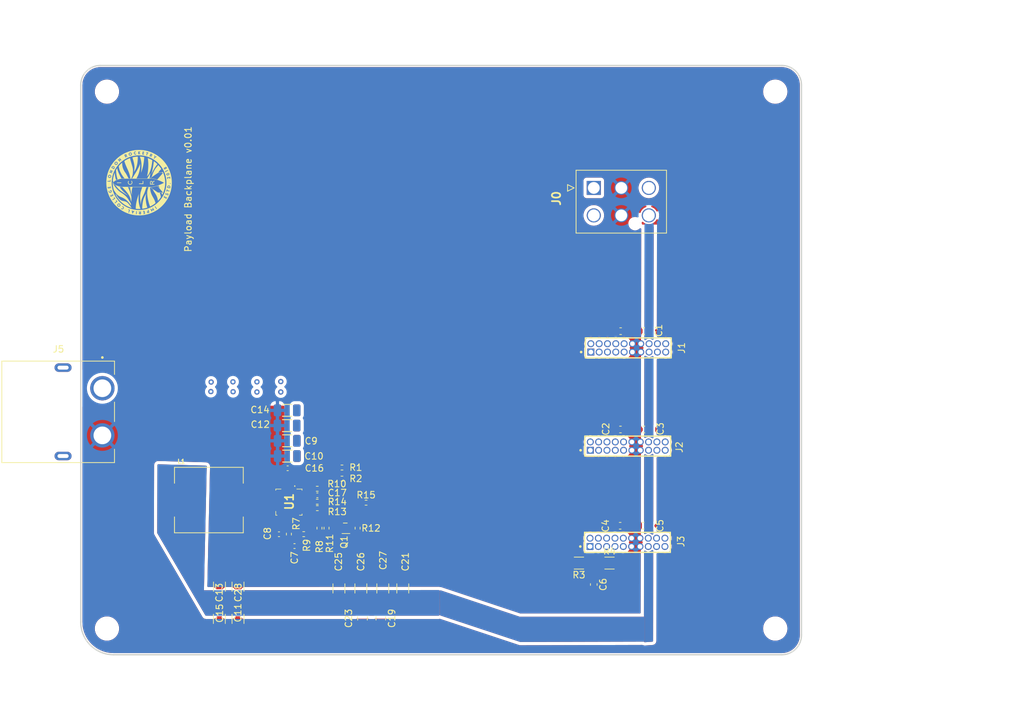
<source format=kicad_pcb>
(kicad_pcb (version 20221018) (generator pcbnew)
  (layers (0 "F.Cu" signal) (1 "In1.Cu" power) (2 "In2.Cu" power) (31 "B.Cu" signal) (34 "B.Paste" user) (35 "F.Paste" user) (36 "B.SilkS" user "B.Silkscreen") (37 "F.SilkS" user "F.Silkscreen") (38 "B.Mask" user) (39 "F.Mask" user) (44 "Edge.Cuts" user))
  (net 0 "")
  (net 1 "12V")
  (net 2 "GND")
  (net 3 "CAN_H")
  (net 4 "CAN_L")
  (net 5 "SD")
  (net 6 "SPARE56")
  (net 7 "SPARE0910")
  (net 8 "SPARE1718")
  (net 9 "/buckC/VDD")
  (net 10 "Net-(U1-V_DRV)")
  (net 11 "+12V")
  (net 12 "+3.3V")
  (net 13 "/buckC/BOOT")
  (net 14 "Net-(C17-Pad2)")
  (net 15 "/buckC/SW")
  (net 16 "/BUCK_EN")
  (net 17 "/buckC/EN")
  (net 18 "/BuckPGOOD")
  (net 19 "/buckC/PGOOD")
  (net 20 "/buckC/FB")
  (net 21 "/buckC/PHASE")
  (net 22 "Net-(U1-MODE_2)")
  (net 23 "Net-(U1-_MODE_1)")
  (net 27 "3.3VBUS")
  (net 28 "12VBUS")
  (net 29 "Net-(C6-Pad1)")
  (footprint "Capacitor_SMD:C_1206_3216Metric" (layer "F.Cu") (at 133.1 137.875 90)
    (fp_text reference "C27" (at 4.275 0.05 90) (layer "F.SilkS"))
    (fp_text value "DNP" hide)
    (pad "1" smd roundrect (at -1.475 0 90) (size 1.15 1.8) (layers "F.Cu" "F.Paste" "F.Mask") (roundrect_rratio 0.217391) (net 12 "+3.3V"))
    (pad "2" smd roundrect (at 1.475 0 90) (size 1.15 1.8) (layers "F.Cu" "F.Paste" "F.Mask") (roundrect_rratio 0.217391) (net 2 "GND"))
  )
  (footprint "Molex 212520-1006:212520-1006" (layer "F.Cu") (at 165.3 76.7 180)
    (fp_text reference "J0" (at 5.7 -1.6 90) (layer "F.SilkS") (effects (font (size 1.27 1.27) (thickness 0.254))))
    (fp_text value "212520-1006" hide)
    (pad "" np_thru_hole circle (at -6.3 -5.46 180) (size 1.54 1.54) (drill 1.54) (layers "*.Cu" "*.Mask"))
    (pad "1" thru_hole rect (at 0 0 180) (size 2.15 2.15) (drill 1.8) (layers "*.Cu" "*.Mask") (net 3 "CAN_H"))
    (pad "2" thru_hole circle (at -4.2 0 180) (size 2.15 2.15) (drill 1.8) (layers "*.Cu" "*.Mask") (net 2 "GND"))
    (pad "3" thru_hole circle (at -8.4 0 180) (size 2.15 2.15) (drill 1.8) (layers "*.Cu" "*.Mask") (net 28 "12VBUS"))
    (pad "4" thru_hole circle (at 0 -4.2 180) (size 2.15 2.15) (drill 1.8) (layers "*.Cu" "*.Mask") (net 4 "CAN_L"))
    (pad "5" thru_hole circle (at -4.2 -4.2 180) (size 2.15 2.15) (drill 1.8) (layers "*.Cu" "*.Mask") (net 2 "GND"))
    (pad "6" thru_hole circle (at -8.4 -4.2 180) (size 2.15 2.15) (drill 1.8) (layers "*.Cu" "*.Mask") (net 27 "3.3VBUS"))
  )
  (footprint "Capacitor_SMD:C_0402_1005Metric" (layer "F.Cu") (at 117.253 129.595 180)
    (fp_text reference "C8" (at 1.753 0.095 90) (layer "F.SilkS"))
    (fp_text value "4.7uF" hide)
    (pad "1" smd roundrect (at -0.48 0 180) (size 0.56 0.62) (layers "F.Cu" "F.Paste" "F.Mask") (net 2 "GND"))
    (pad "2" smd roundrect (at 0.48 0 180) (size 0.56 0.62) (layers "F.Cu" "F.Paste" "F.Mask") (net 10 "Net-(U1-V_DRV)"))
  )
  (footprint "iclr:AMASS_XT60PW-F" (layer "F.Cu") (at 90.3 110.9 -90)
    (fp_text reference "J5" (at -9.5675 6.7) (layer "F.SilkS"))
    (fp_text value "XT60PW-F" hide)
    (pad "1" thru_hole circle (at -3.6 0 270) (size 3.716 3.716) (drill 2.7) (layers "*.Cu" "*.Mask") (net 11 "+12V"))
    (pad "2" thru_hole circle (at 3.6 0 270) (size 3.716 3.716) (drill 2.7) (layers "*.Cu" "*.Mask") (net 2 "GND"))
    (pad "S1" thru_hole oval (at -6.75 6 270) (size 1.3 2.6) (drill oval 0.6 1.7) (layers "*.Cu" "*.Mask") (net 2 "GND"))
    (pad "S2" thru_hole oval (at 6.75 6 270) (size 1.3 2.6) (drill oval 0.6 1.7) (layers "*.Cu" "*.Mask") (net 2 "GND"))
  )
  (footprint "SFMC-110-01-L-D:SAMTEC_SFMC-110-01-L-D" (layer "F.Cu") (at 164.85 101.77)
    (fp_text reference "J1" (at 13.85 -0.62 90) (layer "F.SilkS"))
    (fp_text value "SFMC-110-01-L-D" hide)
    (pad "01" thru_hole rect (at 0 0) (size 1.06 1.06) (drill 0.71) (layers "*.Cu" "*.Mask") (net 3 "CAN_H"))
    (pad "02" thru_hole circle (at 0 -1.27) (size 1.06 1.06) (drill 0.71) (layers "*.Cu" "*.Mask") (net 3 "CAN_H"))
    (pad "03" thru_hole circle (at 1.27 0) (size 1.06 1.06) (drill 0.71) (layers "*.Cu" "*.Mask") (net 4 "CAN_L"))
    (pad "04" thru_hole circle (at 1.27 -1.27) (size 1.06 1.06) (drill 0.71) (layers "*.Cu" "*.Mask") (net 4 "CAN_L"))
    (pad "05" thru_hole circle (at 2.54 0) (size 1.06 1.06) (drill 0.71) (layers "*.Cu" "*.Mask") (net 6 "SPARE56"))
    (pad "06" thru_hole circle (at 2.54 -1.27) (size 1.06 1.06) (drill 0.71) (layers "*.Cu" "*.Mask") (net 6 "SPARE56"))
    (pad "07" thru_hole circle (at 3.81 0) (size 1.06 1.06) (drill 0.71) (layers "*.Cu" "*.Mask") (net 1 "12V"))
    (pad "08" thru_hole circle (at 3.81 -1.27) (size 1.06 1.06) (drill 0.71) (layers "*.Cu" "*.Mask") (net 1 "12V"))
    (pad "09" thru_hole circle (at 5.08 0) (size 1.06 1.06) (drill 0.71) (layers "*.Cu" "*.Mask") (net 7 "SPARE0910"))
    (pad "10" thru_hole circle (at 5.08 -1.27) (size 1.06 1.06) (drill 0.71) (layers "*.Cu" "*.Mask") (net 7 "SPARE0910"))
    (pad "11" thru_hole circle (at 6.35 0) (size 1.06 1.06) (drill 0.71) (layers "*.Cu" "*.Mask") (net 2 "GND"))
    (pad "12" thru_hole circle (at 6.35 -1.27) (size 1.06 1.06) (drill 0.71) (layers "*.Cu" "*.Mask") (net 2 "GND"))
    (pad "13" thru_hole circle (at 7.62 0) (size 1.06 1.06) (drill 0.71) (layers "*.Cu" "*.Mask") (net 2 "GND"))
    (pad "14" thru_hole circle (at 7.62 -1.27) (size 1.06 1.06) (drill 0.71) (layers "*.Cu" "*.Mask") (net 2 "GND"))
    (pad "15" thru_hole circle (at 8.89 0) (size 1.06 1.06) (drill 0.71) (layers "*.Cu" "*.Mask") (net 27 "3.3VBUS"))
    (pad "16" thru_hole circle (at 8.89 -1.27) (size 1.06 1.06) (drill 0.71) (layers "*.Cu" "*.Mask") (net 27 "3.3VBUS"))
    (pad "17" thru_hole circle (at 10.16 0) (size 1.06 1.06) (drill 0.71) (layers "*.Cu" "*.Mask") (net 8 "SPARE1718"))
    (pad "18" thru_hole circle (at 10.16 -1.27) (size 1.06 1.06) (drill 0.71) (layers "*.Cu" "*.Mask") (net 8 "SPARE1718"))
    (pad "19" thru_hole circle (at 11.43 0) (size 1.06 1.06) (drill 0.71) (layers "*.Cu" "*.Mask") (net 5 "SD"))
    (pad "20" thru_hole circle (at 11.43 -1.27) (size 1.06 1.06) (drill 0.71) (layers "*.Cu" "*.Mask") (net 5 "SD"))
  )
  (footprint "Capacitor_SMD:C_0603_1608Metric" (layer "F.Cu") (at 165.3 137.275 -90)
    (fp_text reference "C6" (at 0 -1.43 90) (layer "F.SilkS"))
    (fp_text value "1n" hide)
    (pad "1" smd roundrect (at -0.775 0 270) (size 0.9 0.95) (layers "F.Cu" "F.Paste" "F.Mask") (net 29 "Net-(C6-Pad1)"))
    (pad "2" smd roundrect (at 0.775 0 270) (size 0.9 0.95) (layers "F.Cu" "F.Paste" "F.Mask") (net 2 "GND"))
  )
  (footprint "Resistor_SMD:R_0402_1005Metric" (layer "F.Cu") (at 126.868 121.105)
    (fp_text reference "R2" (at 2.12 0) (layer "F.SilkS"))
    (fp_text value "2.2k" hide)
    (pad "1" smd roundrect (at -0.51 0) (size 0.54 0.64) (layers "F.Cu" "F.Paste" "F.Mask") (net 2 "GND"))
    (pad "2" smd roundrect (at 0.51 0) (size 0.54 0.64) (layers "F.Cu" "F.Paste" "F.Mask") (net 18 "/BuckPGOOD"))
  )
  (footprint "Capacitor_SMD:C_0603_1608Metric" (layer "F.Cu") (at 172.825 128.3)
    (fp_text reference "C5" (at 2.575 0 90) (layer "F.SilkS"))
    (fp_text value "C" hide)
    (pad "1" smd roundrect (at -0.775 0) (size 0.9 0.95) (layers "F.Cu" "F.Paste" "F.Mask") (net 2 "GND"))
    (pad "2" smd roundrect (at 0.775 0) (size 0.9 0.95) (layers "F.Cu" "F.Paste" "F.Mask") (net 27 "3.3VBUS"))
  )
  (footprint "Resistor_SMD:R_0402_1005Metric" (layer "F.Cu") (at 123.103 125.615)
    (fp_text reference "R13" (at 3.04 0.55) (layer "F.SilkS"))
    (fp_text value "200k" hide)
    (pad "1" smd roundrect (at -0.51 0) (size 0.54 0.64) (layers "F.Cu" "F.Paste" "F.Mask") (net 22 "Net-(U1-MODE_2)"))
    (pad "2" smd roundrect (at 0.51 0) (size 0.54 0.64) (layers "F.Cu" "F.Paste" "F.Mask") (net 9 "/buckC/VDD"))
  )
  (footprint "Capacitor_SMD:C_0805_2012Metric" (layer "F.Cu") (at 132.8 142.445 -90)
    (fp_text reference "C19" (at 0 -1.68 90) (layer "F.SilkS"))
    (fp_text value "DNP" hide)
    (pad "1" smd roundrect (at -0.95 0 270) (size 1 1.45) (layers "F.Cu" "F.Paste" "F.Mask") (net 12 "+3.3V"))
    (pad "2" smd roundrect (at 0.95 0 270) (size 1 1.45) (layers "F.Cu" "F.Paste" "F.Mask") (net 2 "GND"))
  )
  (footprint "Capacitor_SMD:C_1206_3216Metric" (layer "F.Cu") (at 126.4 137.875 90)
    (fp_text reference "C25" (at 4.075 -0.05 90) (layer "F.SilkS"))
    (fp_text value "DNP" hide)
    (pad "1" smd roundrect (at -1.475 0 90) (size 1.15 1.8) (layers "F.Cu" "F.Paste" "F.Mask") (roundrect_rratio 0.217391) (net 12 "+3.3V"))
    (pad "2" smd roundrect (at 1.475 0 90) (size 1.15 1.8) (layers "F.Cu" "F.Paste" "F.Mask") (roundrect_rratio 0.217391) (net 2 "GND"))
  )
  (footprint "Resistor_SMD:R_0402_1005Metric" (layer "F.Cu") (at 124.513 128.665 90)
    (fp_text reference "R11" (at -2.335 0.487 90) (layer "F.SilkS"))
    (fp_text value "90k" hide)
    (pad "1" smd roundrect (at -0.51 0 90) (size 0.54 0.64) (layers "F.Cu" "F.Paste" "F.Mask") (net 20 "/buckC/FB"))
    (pad "2" smd roundrect (at 0.51 0 90) (size 0.54 0.64) (layers "F.Cu" "F.Paste" "F.Mask") (net 12 "+3.3V"))
  )
  (footprint "Capacitor_SMD:C_0805_2012Metric" (layer "F.Cu") (at 130 142.45 -90)
    (fp_text reference "C23" (at 0 2.11 90) (layer "F.SilkS"))
    (fp_text value "DNP" hide)
    (pad "1" smd roundrect (at -0.95 0 270) (size 1 1.45) (layers "F.Cu" "F.Paste" "F.Mask") (net 12 "+3.3V"))
    (pad "2" smd roundrect (at 0.95 0 270) (size 1 1.45) (layers "F.Cu" "F.Paste" "F.Mask") (net 2 "GND"))
  )
  (footprint "Capacitor_SMD:C_1206_3216Metric" (layer "F.Cu") (at 136.15 137.875 90)
    (fp_text reference "C21" (at 4.075 0.4 90) (layer "F.SilkS"))
    (fp_text value "DNP" hide)
    (pad "1" smd roundrect (at -1.475 0 90) (size 1.15 1.8) (layers "F.Cu" "F.Paste" "F.Mask") (roundrect_rratio 0.217391) (net 12 "+3.3V"))
    (pad "2" smd roundrect (at 1.475 0 90) (size 1.15 1.8) (layers "F.Cu" "F.Paste" "F.Mask") (roundrect_rratio 0.217391) (net 2 "GND"))
  )
  (footprint "Capacitor_SMD:C_1206_3216Metric" (layer "F.Cu") (at 111 142.525 -90)
    (fp_text reference "C28" (at -4.025 -0.025 90) (layer "F.SilkS"))
    (fp_text value "47uF" hide)
    (pad "1" smd roundrect (at -1.475 0 270) (size 1.15 1.8) (layers "F.Cu" "F.Paste" "F.Mask") (roundrect_rratio 0.217391) (net 12 "+3.3V"))
    (pad "2" smd roundrect (at 1.475 0 270) (size 1.15 1.8) (layers "F.Cu" "F.Paste" "F.Mask") (roundrect_rratio 0.217391) (net 2 "GND"))
  )
  (footprint "Capacitor_SMD:C_1206_3216Metric" (layer "F.Cu") (at 111 137.605 90)
    (fp_text reference "C11" (at -3.995 -0.01 90) (layer "F.SilkS"))
    (fp_text value "47uF" hide)
    (pad "1" smd roundrect (at -1.475 0 90) (size 1.15 1.8) (layers "F.Cu" "F.Paste" "F.Mask") (roundrect_rratio 0.217391) (net 12 "+3.3V"))
    (pad "2" smd roundrect (at 1.475 0 90) (size 1.15 1.8) (layers "F.Cu" "F.Paste" "F.Mask") (roundrect_rratio 0.217391) (net 2 "GND"))
  )
  (footprint "Capacitor_SMD:C_1206_3216Metric" (layer "F.Cu") (at 108.15 142.525 -90)
    (fp_text reference "C13" (at -4.015 0.01 90) (layer "F.SilkS"))
    (fp_text value "47uF" hide)
    (pad "1" smd roundrect (at -1.475 0 270) (size 1.15 1.8) (layers "F.Cu" "F.Paste" "F.Mask") (roundrect_rratio 0.217391) (net 12 "+3.3V"))
    (pad "2" smd roundrect (at 1.475 0 270) (size 1.15 1.8) (layers "F.Cu" "F.Paste" "F.Mask") (roundrect_rratio 0.217391) (net 2 "GND"))
  )
  (footprint "Capacitor_SMD:C_1206_3216Metric" (layer "F.Cu") (at 118.51 115.33 180)
    (fp_text reference "C18" hide)
    (fp_text value "DNP" hide)
    (pad "1" smd roundrect (at -1.475 0 180) (size 1.15 1.8) (layers "B.Cu" "F.Paste" "F.Mask") (roundrect_rratio 0.217391) (net 11 "+12V"))
    (pad "2" smd roundrect (at 1.475 0 180) (size 1.15 1.8) (layers "B.Cu" "F.Paste" "F.Mask") (roundrect_rratio 0.217391) (net 2 "GND"))
  )
  (footprint "MountingHole:MountingHole_3.2mm_M3" (layer "F.Cu") (at 193 144)
    (fp_text reference "H3" hide)
    (fp_text value "MountingHole" hide)
    (pad "" np_thru_hole circle (at 0 0) (size 3.2 3.2) (drill 3.2) (layers "*.Cu" "*.Mask"))
  )
  (footprint "Resistor_SMD:R_0402_1005Metric" (layer "F.Cu") (at 126.868 119.405)
    (fp_text reference "R1" (at 2.11 0) (layer "F.SilkS"))
    (fp_text value "1.5k" hide)
    (pad "1" smd roundrect (at -0.51 0) (size 0.54 0.64) (layers "F.Cu" "F.Paste" "F.Mask") (net 18 "/BuckPGOOD"))
    (pad "2" smd roundrect (at 0.51 0) (size 0.54 0.64) (layers "F.Cu" "F.Paste" "F.Mask") (net 19 "/buckC/PGOOD"))
  )
  (footprint "Resistor_SMD:R_0402_1005Metric" (layer "F.Cu") (at 121.033 129.585)
    (fp_text reference "R9" (at 0.467 1.715 90) (layer "F.SilkS"))
    (fp_text value "10k" hide)
    (pad "1" smd roundrect (at -0.51 0) (size 0.54 0.64) (layers "F.Cu" "F.Paste" "F.Mask") (net 2 "GND"))
    (pad "2" smd roundrect (at 0.51 0) (size 0.54 0.64) (layers "F.Cu" "F.Paste" "F.Mask") (net 20 "/buckC/FB"))
  )
  (footprint "Capacitor_SMD:C_1206_3216Metric" (layer "F.Cu") (at 118.523 117.655 180)
    (fp_text reference "C10" (at -4.08 -0.02) (layer "F.SilkS"))
    (fp_text value "47uF" hide)
    (pad "1" smd roundrect (at -1.475 0 180) (size 1.15 1.8) (layers "F.Cu" "F.Paste" "F.Mask") (roundrect_rratio 0.217391) (net 11 "+12V"))
    (pad "2" smd roundrect (at 1.475 0 180) (size 1.15 1.8) (layers "F.Cu" "F.Paste" "F.Mask") (roundrect_rratio 0.217391) (net 2 "GND"))
  )
  (footprint "Capacitor_SMD:C_0402_1005Metric" (layer "F.Cu") (at 118.58 119.52 180)
    (fp_text reference "C16" (at -4.08 0.01) (layer "F.SilkS"))
    (fp_text value "100nF" hide)
    (pad "1" smd roundrect (at -0.48 0 180) (size 0.56 0.62) (layers "F.Cu" "F.Paste" "F.Mask") (net 11 "+12V"))
    (pad "2" smd roundrect (at 0.48 0 180) (size 0.56 0.62) (layers "F.Cu" "F.Paste" "F.Mask") (net 2 "GND"))
  )
  (footprint "Capacitor_SMD:C_1206_3216Metric" (layer "F.Cu") (at 108.17 137.6 90)
    (fp_text reference "C15" (at -4.07 0.03 90) (layer "F.SilkS"))
    (fp_text value "47uF" hide)
    (pad "1" smd roundrect (at -1.475 0 90) (size 1.15 1.8) (layers "F.Cu" "F.Paste" "F.Mask") (roundrect_rratio 0.217391) (net 12 "+3.3V"))
    (pad "2" smd roundrect (at 1.475 0 90) (size 1.15 1.8) (layers "F.Cu" "F.Paste" "F.Mask") (roundrect_rratio 0.217391) (net 2 "GND"))
  )
  (footprint "Resistor_SMD:R_0402_1005Metric" (layer "F.Cu") (at 118.763 129.575 90)
    (fp_text reference "R7" (at 1.575 1.137 90) (layer "F.SilkS"))
    (fp_text value "10k" hide)
    (pad "1" smd roundrect (at -0.51 0 90) (size 0.54 0.64) (layers "F.Cu" "F.Paste" "F.Mask") (net 9 "/buckC/VDD"))
    (pad "2" smd roundrect (at 0.51 0 90) (size 0.54 0.64) (layers "F.Cu" "F.Paste" "F.Mask") (net 19 "/buckC/PGOOD"))
  )
  (footprint "Capacitor_SMD:C_1206_3216Metric" (layer "F.Cu") (at 129.75 137.875 90)
    (fp_text reference "C26" (at 4.075 0 90) (layer "F.SilkS"))
    (fp_text value "DNP" hide)
    (pad "1" smd roundrect (at -1.475 0 90) (size 1.15 1.8) (layers "F.Cu" "F.Paste" "F.Mask") (roundrect_rratio 0.217391) (net 12 "+3.3V"))
    (pad "2" smd roundrect (at 1.475 0 90) (size 1.15 1.8) (layers "F.Cu" "F.Paste" "F.Mask") (roundrect_rratio 0.217391) (net 2 "GND"))
  )
  (footprint "Capacitor_SMD:C_1206_3216Metric" (layer "F.Cu") (at 118.49 113 180)
    (fp_text reference "C12" (at 4.09 0.17) (layer "F.SilkS"))
    (fp_text value "DNP" hide)
    (pad "1" smd roundrect (at -1.475 0 180) (size 1.15 1.8) (layers "F.Cu" "F.Paste" "F.Mask") (roundrect_rratio 0.217391) (net 11 "+12V"))
    (pad "2" smd roundrect (at 1.475 0 180) (size 1.15 1.8) (layers "F.Cu" "F.Paste" "F.Mask") (roundrect_rratio 0.217391) (net 2 "GND"))
  )
  (footprint "Capacitor_SMD:C_1206_3216Metric" (layer "F.Cu") (at 118.495 110.68 180)
    (fp_text reference "C24" hide)
    (fp_text value "DNP" hide)
    (pad "1" smd roundrect (at -1.475 0 180) (size 1.15 1.8) (layers "B.Cu" "F.Paste" "F.Mask") (roundrect_rratio 0.217391) (net 11 "+12V"))
    (pad "2" smd roundrect (at 1.475 0 180) (size 1.15 1.8) (layers "B.Cu" "F.Paste" "F.Mask") (roundrect_rratio 0.217391) (net 2 "GND"))
  )
  (footprint "SFMC-110-01-L-D:SAMTEC_SFMC-110-01-L-D" (layer "F.Cu") (at 164.725 131.47)
    (fp_text reference "J3" (at 13.88 -0.77 90) (layer "F.SilkS"))
    (fp_text value "SFMC-110-01-L-D" hide)
    (pad "01" thru_hole rect (at 0 0) (size 1.06 1.06) (drill 0.71) (layers "*.Cu" "*.Mask") (net 3 "CAN_H"))
    (pad "02" thru_hole circle (at 0 -1.27) (size 1.06 1.06) (drill 0.71) (layers "*.Cu" "*.Mask") (net 3 "CAN_H"))
    (pad "03" thru_hole circle (at 1.27 0) (size 1.06 1.06) (drill 0.71) (layers "*.Cu" "*.Mask") (net 4 "CAN_L"))
    (pad "04" thru_hole circle (at 1.27 -1.27) (size 1.06 1.06) (drill 0.71) (layers "*.Cu" "*.Mask") (net 4 "CAN_L"))
    (pad "05" thru_hole circle (at 2.54 0) (size 1.06 1.06) (drill 0.71) (layers "*.Cu" "*.Mask") (net 6 "SPARE56"))
    (pad "06" thru_hole circle (at 2.54 -1.27) (size 1.06 1.06) (drill 0.71) (layers "*.Cu" "*.Mask") (net 6 "SPARE56"))
    (pad "07" thru_hole circle (at 3.81 0) (size 1.06 1.06) (drill 0.71) (layers "*.Cu" "*.Mask") (net 1 "12V"))
    (pad "08" thru_hole circle (at 3.81 -1.27) (size 1.06 1.06) (drill 0.71) (layers "*.Cu" "*.Mask") (net 1 "12V"))
    (pad "09" thru_hole circle (at 5.08 0) (size 1.06 1.06) (drill 0.71) (layers "*.Cu" "*.Mask") (net 7 "SPARE0910"))
    (pad "10" thru_hole circle (at 5.08 -1.27) (size 1.06 1.06) (drill 0.71) (layers "*.Cu" "*.Mask") (net 7 "SPARE0910"))
    (pad "11" thru_hole circle (at 6.35 0) (size 1.06 1.06) (drill 0.71) (layers "*.Cu" "*.Mask") (net 2 "GND"))
    (pad "12" thru_hole circle (at 6.35 -1.27) (size 1.06 1.06) (drill 0.71) (layers "*.Cu" "*.Mask") (net 2 "GND"))
    (pad "13" thru_hole circle (at 7.62 0) (size 1.06 1.06) (drill 0.71) (layers "*.Cu" "*.Mask") (net 2 "GND"))
    (pad "14" thru_hole circle (at 7.62 -1.27) (size 1.06 1.06) (drill 0.71) (layers "*.Cu" "*.Mask") (net 2 "GND"))
    (pad "15" thru_hole circle (at 8.89 0) (size 1.06 1.06) (drill 0.71) (layers "*.Cu" "*.Mask") (net 27 "3.3VBUS"))
    (pad "16" thru_hole circle (at 8.89 -1.27) (size 1.06 1.06) (drill 0.71) (layers "*.Cu" "*.Mask") (net 27 "3.3VBUS"))
    (pad "17" thru_hole circle (at 10.16 0) (size 1.06 1.06) (drill 0.71) (layers "*.Cu" "*.Mask") (net 8 "SPARE1718"))
    (pad "18" thru_hole circle (at 10.16 -1.27) (size 1.06 1.06) (drill 0.71) (layers "*.Cu" "*.Mask") (net 8 "SPARE1718"))
    (pad "19" thru_hole circle (at 11.43 0) (size 1.06 1.06) (drill 0.71) (layers "*.Cu" "*.Mask") (net 5 "SD"))
    (pad "20" thru_hole circle (at 11.43 -1.27) (size 1.06 1.06) (drill 0.71) (layers "*.Cu" "*.Mask") (net 5 "SD"))
  )
  (footprint "SPM10065VT_3R3M_D:IND_SPM10065VT-3R3M-D" (layer "F.Cu") (at 106.555 124.38)
    (fp_text reference "L1" (at -4.218 -5.9064) (layer "F.SilkS") (effects (font (size 0.64 0.64))))
    (fp_text value "1.5uH")
    (pad "1" smd rect (at -4.525 0) (size 2.95 4.5) (layers "F.Cu" "F.Paste" "F.Mask") (net 12 "+3.3V"))
    (pad "2" smd rect (at 4.525 0) (size 2.95 4.5) (layers "F.Cu" "F.Paste" "F.Mask") (net 15 "/buckC/SW"))
  )
  (footprint "Resistor_SMD:R_0402_1005Metric" (layer "F.Cu") (at 123.093 122.655)
    (fp_text reference "R10" (at 3 -0.75) (layer "F.SilkS"))
    (fp_text value "2.2" hide)
    (pad "1" smd roundrect (at -0.51 0) (size 0.54 0.64) (layers "F.Cu" "F.Paste" "F.Mask") (net 21 "/buckC/PHASE"))
    (pad "2" smd roundrect (at 0.51 0) (size 0.54 0.64) (layers "F.Cu" "F.Paste" "F.Mask") (net 14 "Net-(C17-Pad2)"))
  )
  (footprint "Resistor_SMD:R_0402_1005Metric" (layer "F.Cu") (at 123.093 124.635)
    (fp_text reference "R14" (at 3.06 0.01) (layer "F.SilkS"))
    (fp_text value "100k" hide)
    (pad "1" smd roundrect (at -0.51 0) (size 0.54 0.64) (layers "F.Cu" "F.Paste" "F.Mask") (net 23 "Net-(U1-_MODE_1)"))
    (pad "2" smd roundrect (at 0.51 0) (size 0.54 0.64) (layers "F.Cu" "F.Paste" "F.Mask") (net 2 "GND"))
  )
  (footprint "MountingHole:MountingHole_3.2mm_M3" (layer "F.Cu") (at 91 144)
    (fp_text reference "H4" hide)
    (fp_text value "MountingHole" hide)
    (pad "" np_thru_hole circle (at 0 0) (size 3.2 3.2) (drill 3.2) (layers "*.Cu" "*.Mask"))
  )
  (footprint "MountingHole:MountingHole_3.2mm_M3" (layer "F.Cu") (at 91 62)
    (fp_text reference "H1" hide)
    (fp_text value "MountingHole" hide)
    (pad "" np_thru_hole circle (at 0 0) (size 3.2 3.2) (drill 3.2) (layers "*.Cu" "*.Mask"))
  )
  (footprint "Capacitor_SMD:C_0402_1005Metric" (layer "F.Cu") (at 119.623 131.405 180)
    (fp_text reference "C7" (at 0 -1.795 90) (layer "F.SilkS"))
    (fp_text value "1uF" hide)
    (pad "1" smd roundrect (at -0.48 0 180) (size 0.56 0.62) (layers "F.Cu" "F.Paste" "F.Mask") (net 2 "GND"))
    (pad "2" smd roundrect (at 0.48 0 180) (size 0.56 0.62) (layers "F.Cu" "F.Paste" "F.Mask") (net 9 "/buckC/VDD"))
  )
  (footprint "iclr:SiC437BEDT1GE3" (layer "F.Cu") (at 118.769 124.694 -90)
    (fp_text reference "U1" (at -0.078 -0.068 90) (layer "F.SilkS") (effects (font (size 1.27 1.27) (thickness 0.254))))
    (fp_text value "SiC437BED-T1-GE3" hide)
    (pad "1" smd rect (at -1.981 -0.894) (size 0.3 0.55) (layers "F.Cu" "F.Paste" "F.Mask") (net 11 "+12V"))
    (pad "2" smd rect (at -1.981 -0.444) (size 0.3 0.55) (layers "F.Cu" "F.Paste" "F.Mask") (net 11 "+12V"))
    (pad "3" smd rect (at -1.981 0.456) (size 0.3 0.55) (layers "F.Cu" "F.Paste" "F.Mask") (net 2 "GND"))
    (pad "4" smd rect (at -1.981 0.906) (size 0.3 0.55) (layers "F.Cu" "F.Paste" "F.Mask") (net 2 "GND"))
    (pad "5" smd rect (at -1.431 2.006 270) (size 0.3 0.45) (layers "F.Cu" "F.Paste" "F.Mask") (net 15 "/buckC/SW"))
    (pad "6" smd rect (at -0.981 2.006 270) (size 0.3 0.45) (layers "F.Cu" "F.Paste" "F.Mask") (net 15 "/buckC/SW"))
    (pad "7" smd rect (at -0.531 2.006 270) (size 0.3 0.45) (layers "F.Cu" "F.Paste" "F.Mask") (net 15 "/buckC/SW"))
    (pad "8" smd rect (at 0.169 2.006 270) (size 0.3 0.45) (layers "F.Cu" "F.Paste" "F.Mask") (net 15 "/buckC/SW"))
    (pad "9" smd rect (at 0.619 2.006 270) (size 0.3 0.45) (layers "F.Cu" "F.Paste" "F.Mask") (net 15 "/buckC/SW"))
    (pad "10" smd rect (at 1.069 1.869 270) (size 0.3 0.725) (layers "F.Cu" "F.Paste" "F.Mask"))
    (pad "11" smd rect (at 1.981 1.356) (size 0.3 0.725) (layers "F.Cu" "F.Paste" "F.Mask"))
    (pad "12" smd rect (at 1.981 0.906) (size 0.3 0.725) (layers "F.Cu" "F.Paste" "F.Mask") (net 10 "Net-(U1-V_DRV)"))
    (pad "13" smd rect (at 1.981 0.456) (size 0.3 0.725) (layers "F.Cu" "F.Paste" "F.Mask") (net 2 "GND"))
    (pad "14" smd rect (at 1.981 0.006) (size 0.3 0.725) (layers "F.Cu" "F.Paste" "F.Mask") (net 19 "/buckC/PGOOD"))
    (pad "15" smd rect (at 1.981 -0.444) (size 0.3 0.725) (layers "F.Cu" "F.Paste" "F.Mask") (net 9 "/buckC/VDD"))
    (pad "16" smd rect (at 1.981 -0.894) (size 0.3 0.725) (layers "F.Cu" "F.Paste" "F.Mask") (net 2 "GND"))
    (pad "17" smd rect (at 1.981 -1.344) (size 0.3 0.725) (layers "F.Cu" "F.Paste" "F.Mask") (net 20 "/buckC/FB"))
    (pad "18" smd rect (at 1.519 -2.006 270) (size 0.3 0.725) (layers "F.Cu" "F.Paste" "F.Mask") (net 12 "+3.3V"))
    (pad "19" smd rect (at 1.069 -2.006 270) (size 0.3 0.725) (layers "F.Cu" "F.Paste" "F.Mask") (net 16 "/BUCK_EN"))
    (pad "20" smd rect (at 0.619 -2.006 270) (size 0.3 0.725) (layers "F.Cu" "F.Paste" "F.Mask") (net 22 "Net-(U1-MODE_2)"))
    (pad "21" smd rect (at 0.169 -2.006 270) (size 0.3 0.725) (layers "F.Cu" "F.Paste" "F.Mask") (net 23 "Net-(U1-_MODE_1)"))
    (pad "22" smd rect (at -0.531 -2.006 270) (size 0.3 0.725) (layers "F.Cu" "F.Paste" "F.Mask") (net 11 "+12V"))
    (pad "23" smd rect (at -0.981 -2.006 270) (size 0.3 0.725) (layers "F.Cu" "F.Paste" "F.Mask") (net 13 "/buckC/BOOT"))
    (pad "24" smd rect (at -1.431 -2.006 270) (size 0.3 0.725) (layers "F.Cu" "F.Paste" "F.Mask") (net 21 "/buckC/PHASE"))
    (pad "25" smd rect (at 0.531 -0.819) (size 1.05 1.575) (layers "F.Cu" "F.Paste" "F.Mask") (net 2 "GND"))
    (pad "26" smd rect (at -1.131 -0.819) (size 1.05 1.15) (layers "F.Cu" "F.Paste" "F.Mask") (net 11 "+12V"))
    (pad "27" smd rect (at -0.619 0.606) (size 1.2 2.175) (layers "F.Cu" "F.Paste" "F.Mask") (net 2 "GND"))
    (pad "28" smd rect (at 1.029 0.921) (size 0.38 0.58) (layers "F.Cu" "F.Paste" "F.Mask"))
    (pad "29" smd rect (at 0.794 0.234) (size 0.455 0.65) (layers "F.Cu" "F.Paste" "F.Mask") (net 2 "GND"))
    (pad "30" smd rect (at -0.406 1.644) (size 0.275 2.35) (layers "F.Cu" "F.Paste" "F.Mask") (net 15 "/buckC/SW"))
  )
  (footprint "Resistor_SMD:R_1206_3216Metric" (layer "F.Cu") (at 163.0375 134 180)
    (fp_text reference "R3" (at 0 -1.82) (layer "F.SilkS"))
    (fp_text value "60.4" hide)
    (pad "1" smd roundrect (at -1.4625 0 180) (size 1.125 1.75) (layers "F.Cu" "F.Paste" "F.Mask") (roundrect_rratio 0.222222) (net 3 "CAN_H"))
    (pad "2" smd roundrect (at 1.4625 0 180) (size 1.125 1.75) (layers "F.Cu" "F.Paste" "F.Mask") (roundrect_rratio 0.222222) (net 29 "Net-(C6-Pad1)"))
  )
  (footprint "Resistor_SMD:R_1206_3216Metric" (layer "F.Cu") (at 167.7 134)
    (fp_text reference "R4" (at 0 -1.82) (layer "F.SilkS"))
    (fp_text value "60.4" hide)
    (pad "1" smd roundrect (at -1.4625 0) (size 1.125 1.75) (layers "F.Cu" "F.Paste" "F.Mask") (roundrect_rratio 0.222222) (net 4 "CAN_L"))
    (pad "2" smd roundrect (at 1.4625 0) (size 1.125 1.75) (layers "F.Cu" "F.Paste" "F.Mask") (roundrect_rratio 0.222222) (net 29 "Net-(C6-Pad1)"))
  )
  (footprint "Capacitor_SMD:C_1206_3216Metric" (layer "F.Cu") (at 118.49 113 180)
    (fp_text reference "C22" hide)
    (fp_text value "DNP" hide)
    (pad "1" smd roundrect (at -1.475 0 180) (size 1.15 1.8) (layers "B.Cu" "F.Paste" "F.Mask") (roundrect_rratio 0.217391) (net 11 "+12V"))
    (pad "2" smd roundrect (at 1.475 0 180) (size 1.15 1.8) (layers "B.Cu" "F.Paste" "F.Mask") (roundrect_rratio 0.217391) (net 2 "GND"))
  )
  (footprint "Capacitor_SMD:C_0603_1608Metric" (layer "F.Cu") (at 169.325 128.3)
    (fp_text reference "C4" (at -2.225 0 90) (layer "F.SilkS"))
    (fp_text value "C" hide)
    (pad "1" smd roundrect (at -0.775 0) (size 0.9 0.95) (layers "F.Cu" "F.Paste" "F.Mask") (net 1 "12V"))
    (pad "2" smd roundrect (at 0.775 0) (size 0.9 0.95) (layers "F.Cu" "F.Paste" "F.Mask") (net 2 "GND"))
  )
  (footprint "iclr:iclr_logo_estd2018_10mm" (layer "F.Cu") (at 95.9 75.9 90)
    (fp_text reference "LOGO1" hide)
    (fp_text value "ICLR LOGO" hide)
  )
  (footprint "Resistor_SMD:R_0402_1005Metric" (layer "F.Cu") (at 123.433 128.665 90)
    (fp_text reference "R8" (at -2.835 0 90) (layer "F.SilkS"))
    (fp_text value "90k" hide)
    (pad "1" smd roundrect (at -0.51 0 90) (size 0.54 0.64) (layers "F.Cu" "F.Paste" "F.Mask") (net 20 "/buckC/FB"))
    (pad "2" smd roundrect (at 0.51 0 90) (size 0.54 0.64) (layers "F.Cu" "F.Paste" "F.Mask") (net 12 "+3.3V"))
  )
  (footprint "Resistor_SMD:R_0402_1005Metric" (layer "F.Cu") (at 129.258 128.665 -90)
    (fp_text reference "R12" (at 0.01 -2.04) (layer "F.SilkS"))
    (fp_text value "1k" hide)
    (pad "1" smd roundrect (at -0.51 0 270) (size 0.54 0.64) (layers "F.Cu" "F.Paste" "F.Mask") (net 2 "GND"))
    (pad "2" smd roundrect (at 0.51 0 270) (size 0.54 0.64) (layers "F.Cu" "F.Paste" "F.Mask") (net 16 "/BUCK_EN"))
  )
  (footprint "Package_TO_SOT_SMD:SOT-723" (layer "F.Cu") (at 127.373 128.685 180)
    (fp_text reference "Q1" (at 0.173 -2.115 90) (layer "F.SilkS"))
    (fp_text value "SSM3K15AMFV,L3F" hide)
    (pad "1" smd rect (at -0.575 -0.4 180) (size 0.45 0.4) (layers "F.Cu" "F.Paste" "F.Mask") (net 16 "/BUCK_EN"))
    (pad "2" smd rect (at -0.575 0.4 180) (size 0.45 0.4) (layers "F.Cu" "F.Paste" "F.Mask") (net 2 "GND"))
    (pad "3" smd rect (at 0.575 0 180) (size 0.45 0.5) (layers "F.Cu" "F.Paste" "F.Mask") (net 17 "/buckC/EN"))
  )
  (footprint "Capacitor_SMD:C_1206_3216Metric" (layer "F.Cu") (at 118.51 115.33 180)
    (fp_text reference "C9" (at -3.655 -0.03) (layer "F.SilkS"))
    (fp_text value "47uF" hide)
    (pad "1" smd roundrect (at -1.475 0 180) (size 1.15 1.8) (layers "F.Cu" "F.Paste" "F.Mask") (roundrect_rratio 0.217391) (net 11 "+12V"))
    (pad "2" smd roundrect (at 1.475 0 180) (size 1.15 1.8) (layers "F.Cu" "F.Paste" "F.Mask") (roundrect_rratio 0.217391) (net 2 "GND"))
  )
  (footprint "Capacitor_SMD:C_0603_1608Metric" (layer "F.Cu") (at 172.925 98.58)
    (fp_text reference "C1" (at 2.3 -0.1 90) (layer "F.SilkS"))
    (fp_text value "C" hide)
    (pad "1" smd roundrect (at -0.775 0) (size 0.9 0.95) (layers "F.Cu" "F.Paste" "F.Mask") (net 2 "GND"))
    (pad "2" smd roundrect (at 0.775 0) (size 0.9 0.95) (layers "F.Cu" "F.Paste" "F.Mask") (net 27 "3.3VBUS"))
  )
  (footprint "Capacitor_SMD:C_0402_1005Metric" (layer "F.Cu") (at 123.113 123.645)
    (fp_text reference "C17" (at 3.03 -0.37) (layer "F.SilkS"))
    (fp_text value "0.1uF" hide)
    (pad "1" smd roundrect (at -0.48 0) (size 0.56 0.62) (layers "F.Cu" "F.Paste" "F.Mask") (net 13 "/buckC/BOOT"))
    (pad "2" smd roundrect (at 0.48 0) (size 0.56 0.62) (layers "F.Cu" "F.Paste" "F.Mask") (net 14 "Net-(C17-Pad2)"))
  )
  (footprint "Resistor_SMD:R_0402_1005Metric" (layer "F.Cu") (at 130.548 124.775)
    (fp_text reference "R15" (at 0 -1.17) (layer "F.SilkS"))
    (fp_text value "10k" hide)
    (pad "1" smd roundrect (at -0.51 0) (size 0.54 0.64) (layers "F.Cu" "F.Paste" "F.Mask") (net 17 "/buckC/EN"))
    (pad "2" smd roundrect (at 0.51 0) (size 0.54 0.64) (layers "F.Cu" "F.Paste" "F.Mask") (net 11 "+12V"))
  )
  (footprint "SFMC-110-01-L-D:SAMTEC_SFMC-110-01-L-D" (layer "F.Cu") (at 164.77 116.77)
    (fp_text reference "J2" (at 13.58 -0.47 90) (layer "F.SilkS"))
    (fp_text value "SFMC-110-01-L-D" hide)
    (pad "01" thru_hole rect (at 0 0) (size 1.06 1.06) (drill 0.71) (layers "*.Cu" "*.Mask") (net 3 "CAN_H"))
    (pad "02" thru_hole circle (at 0 -1.27) (size 1.06 1.06) (drill 0.71) (layers "*.Cu" "*.Mask") (net 3 "CAN_H"))
    (pad "03" thru_hole circle (at 1.27 0) (size 1.06 1.06) (drill 0.71) (layers "*.Cu" "*.Mask") (net 4 "CAN_L"))
    (pad "04" thru_hole circle (at 1.27 -1.27) (size 1.06 1.06) (drill 0.71) (layers "*.Cu" "*.Mask") (net 4 "CAN_L"))
    (pad "05" thru_hole circle (at 2.54 0) (size 1.06 1.06) (drill 0.71) (layers "*.Cu" "*.Mask") (net 6 "SPARE56"))
    (pad "06" thru_hole circle (at 2.54 -1.27) (size 1.06 1.06) (drill 0.71) (layers "*.Cu" "*.Mask") (net 6 "SPARE56"))
    (pad "07" thru_hole circle (at 3.81 0) (size 1.06 1.06) (drill 0.71) (layers "*.Cu" "*.Mask") (net 1 "12V"))
    (pad "08" thru_hole circle (at 3.81 -1.27) (size 1.06 1.06) (drill 0.71) (layers "*.Cu" "*.Mask") (net 1 "12V"))
    (pad "09" thru_hole circle (at 5.08 0) (size 1.06 1.06) (drill 0.71) (layers "*.Cu" "*.Mask") (net 7 "SPARE0910"))
    (pad "10" thru_hole circle (at 5.08 -1.27) (size 1.06 1.06) (drill 0.71) (layers "*.Cu" "*.Mask") (net 7 "SPARE0910"))
    (pad "11" thru_hole circle (at 6.35 0) (size 1.06 1.06) (drill 0.71) (layers "*.Cu" "*.Mask") (net 2 "GND"))
    (pad "12" thru_hole circle (at 6.35 -1.27) (size 1.06 1.06) (drill 0.71) (layers "*.Cu" "*.Mask") (net 2 "GND"))
    (pad "13" thru_hole circle (at 7.62 0) (size 1.06 1.06) (drill 0.71) (layers "*.Cu" "*.Mask") (net 2 "GND"))
    (pad "14" thru_hole circle (at 7.62 -1.27) (size 1.06 1.06) (drill 0.71) (layers "*.Cu" "*.Mask") (net 2 "GND"))
    (pad "15" thru_hole circle (at 8.89 0) (size 1.06 1.06) (drill 0.71) (layers "*.Cu" "*.Mask") (net 27 "3.3VBUS"))
    (pad "16" thru_hole circle (at 8.89 -1.27) (size 1.06 1.06) (drill 0.71) (layers "*.Cu" "*.Mask") (net 27 "3.3VBUS"))
    (pad "17" thru_hole circle (at 10.16 0) (size 1.06 1.06) (drill 0.71) (layers "*.Cu" "*.Mask") (net 8 "SPARE1718"))
    (pad "18" thru_hole circle (at 10.16 -1.27) (size 1.06 1.06) (drill 0.71) (layers "*.Cu" "*.Mask") (net 8 "SPARE1718"))
    (pad "19" thru_hole circle (at 11.43 0) (size 1.06 1.06) (drill 0.71) (layers "*.Cu" "*.Mask") (net 5 "SD"))
    (pad "20" thru_hole circle (at 11.43 -1.27) (size 1.06 1.06) (drill 0.71) (layers "*.Cu" "*.Mask") (net 5 "SD"))
  )
  (footprint "Capacitor_SMD:C_0603_1608Metric" (layer "F.Cu") (at 169.4 98.58)
    (fp_text reference "C29" hide)
    (fp_text value "C" hide)
    (pad "1" smd roundrect (at -0.775 0) (size 0.9 0.95) (layers "F.Cu" "F.Paste" "F.Mask") (net 1 "12V"))
    (pad "2" smd roundrect (at 0.775 0) (size 0.9 0.95) (layers "F.Cu" "F.Paste" "F.Mask") (net 2 "GND"))
  )
  (footprint "Capacitor_SMD:C_0603_1608Metric" (layer "F.Cu") (at 172.955 113.6)
    (fp_text reference "C3" (at 2.5 -0.1 90) (layer "F.SilkS"))
    (fp_text value "C" hide)
    (pad "1" smd roundrect (at -0.775 0) (size 0.9 0.95) (layers "F.Cu" "F.Paste" "F.Mask") (net 2 "GND"))
    (pad "2" smd roundrect (at 0.775 0) (size 0.9 0.95) (layers "F.Cu" "F.Paste" "F.Mask") (net 27 "3.3VBUS"))
  )
  (footprint "MountingHole:MountingHole_3.2mm_M3" (layer "F.Cu") (at 193 62)
    (fp_text reference "H2" hide)
    (fp_text value "MountingHole" hide)
    (pad "" np_thru_hole circle (at 0 0) (size 3.2 3.2) (drill 3.2) (layers "*.Cu" "*.Mask"))
  )
  (footprint "Capacitor_SMD:C_1206_3216Metric" (layer "F.Cu") (at 118.523 117.655 180)
    (fp_text reference "C20" hide)
    (fp_text value "DNP" hide)
    (pad "1" smd roundrect (at -1.475 0 180) (size 1.15 1.8) (layers "B.Cu" "F.Paste" "F.Mask") (roundrect_rratio 0.217391) (net 11 "+12V"))
    (pad "2" smd roundrect (at 1.475 0 180) (size 1.15 1.8) (layers "B.Cu" "F.Paste" "F.Mask") (roundrect_rratio 0.217391) (net 2 "GND"))
  )
  (footprint "Capacitor_SMD:C_1206_3216Metric" (layer "F.Cu") (at 118.495 110.68 180)
    (fp_text reference "C14" (at 4.13 0.09) (layer "F.SilkS"))
    (fp_text value "DNP" hide)
    (pad "1" smd roundrect (at -1.475 0 180) (size 1.15 1.8) (layers "F.Cu" "F.Paste" "F.Mask") (roundrect_rratio 0.217391) (net 11 "+12V"))
    (pad "2" smd roundrect (at 1.475 0 180) (size 1.15 1.8) (layers "F.Cu" "F.Paste" "F.Mask") (roundrect_rratio 0.217391) (net 2 "GND"))
  )
  (footprint "Capacitor_SMD:C_0603_1608Metric" (layer "F.Cu") (at 169.375 113.6)
    (fp_text reference "C2" (at -2.225 -0.07 -90) (layer "F.SilkS"))
    (fp_text value "C" hide)
    (pad "1" smd roundrect (at -0.775 0) (size 0.9 0.95) (layers "F.Cu" "F.Paste" "F.Mask") (net 1 "12V"))
    (pad "2" smd roundrect (at 0.775 0) (size 0.9 0.95) (layers "F.Cu" "F.Paste" "F.Mask") (net 2 "GND"))
  )
  (gr_arc (start 197 145) (mid 196.12132 147.12132) (end 194 148) (stroke (width 0.2)) (layer "Edge.Cuts"))
  (gr_line (start 87 61) (end 87 143) (stroke (width 0.2)) (layer "Edge.Cuts"))
  (gr_line (start 197 61) (end 197 145) (stroke (width 0.2)) (layer "Edge.Cuts"))
  (gr_line (start 194 148) (end 92 148) (stroke (width 0.2)) (layer "Edge.Cuts"))
  (gr_arc (start 92 148) (mid 88.464467 146.535534) (end 87 143) (stroke (width 0.2)) (layer "Edge.Cuts"))
  (gr_arc (start 87 61) (mid 87.87868 58.87868) (end 90 58) (stroke (width 0.2)) (layer "Edge.Cuts"))
  (gr_arc (start 194 58) (mid 196.12132 58.87868) (end 197 61) (stroke (width 0.2)) (layer "Edge.Cuts"))
  (gr_line (start 90 58) (end 194 58) (stroke (width 0.2)) (layer "Edge.Cuts"))
  (gr_text "Payload Backplane v0.01" (at 103.4 76.9 90) (layer "F.SilkS") (effects (font (size 1 1))))
  (segment (start 164.86 100.5725) (end 164.8325 100.6) (width 0.4) (layer "F.Cu") (net 3))
  (segment (start 164.7 100.35) (end 164.85 100.5) (width 0.4) (layer "F.Cu") (net 3))
  (segment (start 167.285 130.43) (end 167.2675 130.4475) (width 0.2) (layer "F.Cu") (net 6))
  (segment (start 174.9925 100.5175) (end 175.01 100.5) (width 0.2) (layer "F.Cu") (net 8))
  (via (at 117.53 106.28) (size 0.8) (drill 0.4) (layers "F.Cu" "B.Cu") (net 11))
  (via (at 110.25 107.83) (size 0.8) (drill 0.4) (layers "F.Cu" "B.Cu") (net 11))
  (via (at 106.9 106.35) (size 0.8) (drill 0.4) (layers "F.Cu" "B.Cu") (net 11))
  (via (at 110.23 106.32) (size 0.8) (drill 0.4) (layers "F.Cu" "B.Cu") (net 11))
  (via (at 117.53 107.87) (size 0.8) (drill 0.4) (layers "F.Cu" "B.Cu") (net 11))
  (via (at 106.86 107.81) (size 0.8) (drill 0.4) (layers "F.Cu" "B.Cu") (net 11))
  (via (at 113.89 106.32) (size 0.8) (drill 0.4) (layers "F.Cu" "B.Cu") (net 11))
  (via (at 113.89 107.87) (size 0.8) (drill 0.4) (layers "F.Cu" "B.Cu") (net 11))
  (zone (net 0) (net_name "") (layer "F.Cu") (priority 6) (connect_pads (clearance 0.254)) (min_thickness 0.25) (fill yes (thermal_gap 0.5) (thermal_bridge_width 0.5) (island_removal_mode 1) (island_area_min 10))
    (polygon (pts (xy 172.2 79.4) (xy 175.1 79.4) (xy 175.1 82.3) (xy 172.2 82.3)))
  )
  (zone (net 2) (net_name "GND") (layers "F.Cu" "In1.Cu" "B.Cu") (priority 1) (connect_pads yes (clearance 0.5)) (min_thickness 0.25) (fill yes (thermal_gap 0.5) (thermal_bridge_width 0.5))
    (polygon (pts (xy 207 149) (xy 207 55) (xy 86 55) (xy 86 149)))
  )
  (zone (net 11) (net_name "+12V") (layers "F&B.Cu") (priority 8) (connect_pads yes (clearance 0.254)) (min_thickness 0.25) (fill yes (thermal_gap 0.5) (thermal_bridge_width 0.5))
    (polygon (pts (xy 106.23 119.12) (xy 105.8 138.16) (xy 141.78 138.12) (xy 141.75 142.04) (xy 106.05 142.04) (xy 98.67 129.42) (xy 98.7 118.91)))
  )
  (zone (net 11) (net_name "+12V") (layers "F&B.Cu") (priority 5) (connect_pads yes (clearance 0.254)) (min_thickness 0.25) (fill yes (thermal_gap 0.5) (thermal_bridge_width 0.5))
    (polygon (pts (xy 172.95 146.1) (xy 174.35 146) (xy 174.45 79.5) (xy 173.05 79.5)))
  )
  (zone (net 11) (net_name "+12V") (layers "F&B.Cu") (priority 10) (connect_pads yes (clearance 0.254)) (min_thickness 0.25) (fill yes (thermal_gap 0.5) (thermal_bridge_width 0.5))
    (polygon (pts (xy 141.78 138.12) (xy 154 142.2) (xy 173.1 142.2) (xy 173.1 146) (xy 154.07 146.05) (xy 141.78 141.97)))
  )
  (zone (net 2) (net_name "GND") (layer "B.Cu") (priority 4) (connect_pads (clearance 0.5)) (min_thickness 0.25) (fill yes (thermal_gap 0.5) (thermal_bridge_width 0.5))
    (polygon (pts (xy 207 150) (xy 86 149) (xy 86 55) (xy 207 55)))
  )
)
</source>
